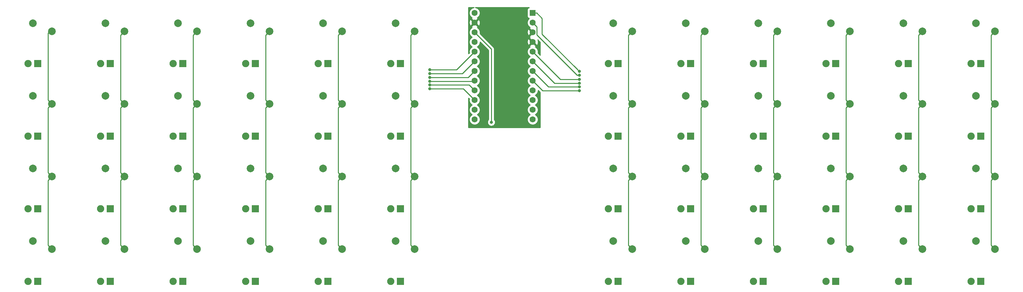
<source format=gbl>
G04 #@! TF.GenerationSoftware,KiCad,Pcbnew,(5.1.5)-3*
G04 #@! TF.CreationDate,2020-07-05T20:59:28-05:00*
G04 #@! TF.ProjectId,starter-ortho,73746172-7465-4722-9d6f-7274686f2e6b,rev?*
G04 #@! TF.SameCoordinates,Original*
G04 #@! TF.FileFunction,Copper,L2,Bot*
G04 #@! TF.FilePolarity,Positive*
%FSLAX46Y46*%
G04 Gerber Fmt 4.6, Leading zero omitted, Abs format (unit mm)*
G04 Created by KiCad (PCBNEW (5.1.5)-3) date 2020-07-05 20:59:28*
%MOMM*%
%LPD*%
G04 APERTURE LIST*
%ADD10R,1.905000X1.905000*%
%ADD11C,1.905000*%
%ADD12C,2.000000*%
%ADD13C,1.600000*%
%ADD14R,1.600000X1.600000*%
%ADD15C,0.800000*%
%ADD16C,0.254000*%
G04 APERTURE END LIST*
D10*
X45720000Y-30100000D03*
D11*
X43180000Y-30100000D03*
D12*
X49450000Y-21600000D03*
X44450000Y-19500000D03*
D10*
X26670000Y-30100000D03*
D11*
X24130000Y-30100000D03*
D12*
X30400000Y-21600000D03*
X25400000Y-19500000D03*
D10*
X121920000Y-30100000D03*
D11*
X119380000Y-30100000D03*
D12*
X125650000Y-21600000D03*
X120650000Y-19500000D03*
D10*
X274320000Y-87250000D03*
D11*
X271780000Y-87250000D03*
D12*
X278050000Y-78750000D03*
X273050000Y-76650000D03*
D10*
X274320000Y-68200000D03*
D11*
X271780000Y-68200000D03*
D12*
X278050000Y-59700000D03*
X273050000Y-57600000D03*
D10*
X274320000Y-49150000D03*
D11*
X271780000Y-49150000D03*
D12*
X278050000Y-40650000D03*
X273050000Y-38550000D03*
D10*
X274320000Y-30100000D03*
D11*
X271780000Y-30100000D03*
D12*
X278050000Y-21600000D03*
X273050000Y-19500000D03*
D10*
X255270000Y-87250000D03*
D11*
X252730000Y-87250000D03*
D12*
X259000000Y-78750000D03*
X254000000Y-76650000D03*
D10*
X255270000Y-68200000D03*
D11*
X252730000Y-68200000D03*
D12*
X259000000Y-59700000D03*
X254000000Y-57600000D03*
D10*
X255270000Y-49150000D03*
D11*
X252730000Y-49150000D03*
D12*
X259000000Y-40650000D03*
X254000000Y-38550000D03*
D10*
X255270000Y-30100000D03*
D11*
X252730000Y-30100000D03*
D12*
X259000000Y-21600000D03*
X254000000Y-19500000D03*
D10*
X236220000Y-87250000D03*
D11*
X233680000Y-87250000D03*
D12*
X239950000Y-78750000D03*
X234950000Y-76650000D03*
D10*
X236220000Y-68200000D03*
D11*
X233680000Y-68200000D03*
D12*
X239950000Y-59700000D03*
X234950000Y-57600000D03*
D10*
X236220000Y-49150000D03*
D11*
X233680000Y-49150000D03*
D12*
X239950000Y-40650000D03*
X234950000Y-38550000D03*
D10*
X236220000Y-30100000D03*
D11*
X233680000Y-30100000D03*
D12*
X239950000Y-21600000D03*
X234950000Y-19500000D03*
D10*
X217170000Y-87250000D03*
D11*
X214630000Y-87250000D03*
D12*
X220900000Y-78750000D03*
X215900000Y-76650000D03*
D10*
X217170000Y-68200000D03*
D11*
X214630000Y-68200000D03*
D12*
X220900000Y-59700000D03*
X215900000Y-57600000D03*
D10*
X217170000Y-49150000D03*
D11*
X214630000Y-49150000D03*
D12*
X220900000Y-40650000D03*
X215900000Y-38550000D03*
D10*
X217170000Y-30100000D03*
D11*
X214630000Y-30100000D03*
D12*
X220900000Y-21600000D03*
X215900000Y-19500000D03*
D10*
X198120000Y-87250000D03*
D11*
X195580000Y-87250000D03*
D12*
X201850000Y-78750000D03*
X196850000Y-76650000D03*
D10*
X198120000Y-68200000D03*
D11*
X195580000Y-68200000D03*
D12*
X201850000Y-59700000D03*
X196850000Y-57600000D03*
D10*
X198120000Y-49150000D03*
D11*
X195580000Y-49150000D03*
D12*
X201850000Y-40650000D03*
X196850000Y-38550000D03*
D10*
X198120000Y-30100000D03*
D11*
X195580000Y-30100000D03*
D12*
X201850000Y-21600000D03*
X196850000Y-19500000D03*
D10*
X179070000Y-87250000D03*
D11*
X176530000Y-87250000D03*
D12*
X182800000Y-78750000D03*
X177800000Y-76650000D03*
D10*
X179070000Y-68200000D03*
D11*
X176530000Y-68200000D03*
D12*
X182800000Y-59700000D03*
X177800000Y-57600000D03*
D10*
X179070000Y-49150000D03*
D11*
X176530000Y-49150000D03*
D12*
X182800000Y-40650000D03*
X177800000Y-38550000D03*
D10*
X179070000Y-30100000D03*
D11*
X176530000Y-30100000D03*
D12*
X182800000Y-21600000D03*
X177800000Y-19500000D03*
D10*
X121920000Y-87250000D03*
D11*
X119380000Y-87250000D03*
D12*
X125650000Y-78750000D03*
X120650000Y-76650000D03*
D10*
X121920000Y-68200000D03*
D11*
X119380000Y-68200000D03*
D12*
X125650000Y-59700000D03*
X120650000Y-57600000D03*
D10*
X121920000Y-49150000D03*
D11*
X119380000Y-49150000D03*
D12*
X125650000Y-40650000D03*
X120650000Y-38550000D03*
D10*
X102870000Y-87250000D03*
D11*
X100330000Y-87250000D03*
D12*
X106600000Y-78750000D03*
X101600000Y-76650000D03*
D10*
X102870000Y-68200000D03*
D11*
X100330000Y-68200000D03*
D12*
X106600000Y-59700000D03*
X101600000Y-57600000D03*
D10*
X102870000Y-49150000D03*
D11*
X100330000Y-49150000D03*
D12*
X106600000Y-40650000D03*
X101600000Y-38550000D03*
D10*
X102870000Y-30100000D03*
D11*
X100330000Y-30100000D03*
D12*
X106600000Y-21600000D03*
X101600000Y-19500000D03*
D10*
X83820000Y-87250000D03*
D11*
X81280000Y-87250000D03*
D12*
X87550000Y-78750000D03*
X82550000Y-76650000D03*
D10*
X83820000Y-68200000D03*
D11*
X81280000Y-68200000D03*
D12*
X87550000Y-59700000D03*
X82550000Y-57600000D03*
D10*
X83820000Y-49150000D03*
D11*
X81280000Y-49150000D03*
D12*
X87550000Y-40650000D03*
X82550000Y-38550000D03*
D10*
X83820000Y-30100000D03*
D11*
X81280000Y-30100000D03*
D12*
X87550000Y-21600000D03*
X82550000Y-19500000D03*
D10*
X64770000Y-87250000D03*
D11*
X62230000Y-87250000D03*
D12*
X68500000Y-78750000D03*
X63500000Y-76650000D03*
D10*
X64770000Y-68200000D03*
D11*
X62230000Y-68200000D03*
D12*
X68500000Y-59700000D03*
X63500000Y-57600000D03*
D10*
X64770000Y-49150000D03*
D11*
X62230000Y-49150000D03*
D12*
X68500000Y-40650000D03*
X63500000Y-38550000D03*
D10*
X64770000Y-30100000D03*
D11*
X62230000Y-30100000D03*
D12*
X68500000Y-21600000D03*
X63500000Y-19500000D03*
D10*
X45720000Y-87250000D03*
D11*
X43180000Y-87250000D03*
D12*
X49450000Y-78750000D03*
X44450000Y-76650000D03*
D10*
X45720000Y-68200000D03*
D11*
X43180000Y-68200000D03*
D12*
X49450000Y-59700000D03*
X44450000Y-57600000D03*
D10*
X45720000Y-49150000D03*
D11*
X43180000Y-49150000D03*
D12*
X49450000Y-40650000D03*
X44450000Y-38550000D03*
D10*
X26670000Y-87250000D03*
D11*
X24130000Y-87250000D03*
D12*
X30400000Y-78750000D03*
X25400000Y-76650000D03*
D10*
X26670000Y-68200000D03*
D11*
X24130000Y-68200000D03*
D12*
X30400000Y-59700000D03*
X25400000Y-57600000D03*
D10*
X26670000Y-49150000D03*
D11*
X24130000Y-49150000D03*
D12*
X30400000Y-40650000D03*
X25400000Y-38550000D03*
D13*
X141414500Y-16795750D03*
X141414500Y-19335750D03*
X141414500Y-21875750D03*
X141414500Y-24415750D03*
X141414500Y-26955750D03*
X141414500Y-29495750D03*
X141414500Y-32035750D03*
X141414500Y-34575750D03*
X141414500Y-37115750D03*
X141414500Y-39655750D03*
X141414500Y-42195750D03*
X141414500Y-44735750D03*
X156654500Y-44735750D03*
X156654500Y-42195750D03*
X156654500Y-39655750D03*
X156654500Y-37115750D03*
X156654500Y-34575750D03*
X156654500Y-32035750D03*
X156654500Y-29495750D03*
X156654500Y-26955750D03*
X156654500Y-24415750D03*
X156654500Y-21875750D03*
X156654500Y-19335750D03*
D14*
X156654500Y-16795750D03*
D15*
X129667000Y-31702985D03*
X129667000Y-32702988D03*
X129667000Y-33702991D03*
X129667000Y-34702994D03*
X129667000Y-35702997D03*
X129667000Y-36703000D03*
X168910000Y-37211000D03*
X168910000Y-36210997D03*
X168910000Y-35210994D03*
X168910000Y-34210991D03*
X168910000Y-33147000D03*
X168910000Y-32146997D03*
X149606000Y-45466000D03*
X145796000Y-45466000D03*
D16*
X29400001Y-41649999D02*
X29400001Y-58700001D01*
X29400001Y-58700001D02*
X30400000Y-59700000D01*
X30400000Y-40650000D02*
X29400001Y-41649999D01*
X29400001Y-77750001D02*
X30400000Y-78750000D01*
X29400001Y-60699999D02*
X29400001Y-77750001D01*
X30400000Y-59700000D02*
X29400001Y-60699999D01*
X29400001Y-39650001D02*
X30400000Y-40650000D01*
X29400001Y-22034999D02*
X29400001Y-39650001D01*
X30400000Y-21600000D02*
X29835000Y-21600000D01*
X29835000Y-21600000D02*
X29400001Y-22034999D01*
X136667265Y-31702985D02*
X141414500Y-26955750D01*
X129667000Y-31702985D02*
X136667265Y-31702985D01*
X48450001Y-39650001D02*
X49450000Y-40650000D01*
X48450001Y-22599999D02*
X48450001Y-39650001D01*
X49450000Y-21600000D02*
X48450001Y-22599999D01*
X48450001Y-58700001D02*
X49450000Y-59700000D01*
X48450001Y-41649999D02*
X48450001Y-58700001D01*
X49450000Y-40650000D02*
X48450001Y-41649999D01*
X48450001Y-77750001D02*
X49450000Y-78750000D01*
X48450001Y-60699999D02*
X48450001Y-77750001D01*
X49450000Y-59700000D02*
X48450001Y-60699999D01*
X138207262Y-32702988D02*
X141414500Y-29495750D01*
X129667000Y-32702988D02*
X138207262Y-32702988D01*
X67500001Y-22599999D02*
X67500001Y-39650001D01*
X67500001Y-39650001D02*
X68500000Y-40650000D01*
X68500000Y-21600000D02*
X67500001Y-22599999D01*
X67500001Y-58700001D02*
X68500000Y-59700000D01*
X67500001Y-41649999D02*
X67500001Y-58700001D01*
X68500000Y-40650000D02*
X67500001Y-41649999D01*
X67500001Y-77750001D02*
X68500000Y-78750000D01*
X67500001Y-60699999D02*
X67500001Y-77750001D01*
X68500000Y-59700000D02*
X67500001Y-60699999D01*
X129667000Y-33702991D02*
X129667000Y-33975993D01*
X139747259Y-33702991D02*
X141414500Y-32035750D01*
X129667000Y-33702991D02*
X139747259Y-33702991D01*
X86550001Y-60699999D02*
X86550001Y-77750001D01*
X86550001Y-77750001D02*
X87550000Y-78750000D01*
X87550000Y-59700000D02*
X86550001Y-60699999D01*
X86550001Y-41649999D02*
X86550001Y-58700001D01*
X86550001Y-58700001D02*
X87550000Y-59700000D01*
X87550000Y-40650000D02*
X86550001Y-41649999D01*
X86550001Y-39650001D02*
X87550000Y-40650000D01*
X86550001Y-22599999D02*
X86550001Y-39650001D01*
X87550000Y-21600000D02*
X86550001Y-22599999D01*
X141287256Y-34702994D02*
X141414500Y-34575750D01*
X129667000Y-34702994D02*
X141287256Y-34702994D01*
X105600001Y-39650001D02*
X106600000Y-40650000D01*
X105600001Y-22599999D02*
X105600001Y-39650001D01*
X106600000Y-21600000D02*
X105600001Y-22599999D01*
X105600001Y-58700001D02*
X106600000Y-59700000D01*
X105600001Y-41649999D02*
X105600001Y-58700001D01*
X106600000Y-40650000D02*
X105600001Y-41649999D01*
X105600001Y-60699999D02*
X105600001Y-77750001D01*
X105600001Y-77750001D02*
X106600000Y-78750000D01*
X106600000Y-59700000D02*
X105600001Y-60699999D01*
X129667000Y-35702997D02*
X129667000Y-35975999D01*
X140001747Y-35702997D02*
X141414500Y-37115750D01*
X129667000Y-35702997D02*
X140001747Y-35702997D01*
X124650001Y-77750001D02*
X125650000Y-78750000D01*
X124650001Y-60699999D02*
X124650001Y-77750001D01*
X125650000Y-59700000D02*
X124650001Y-60699999D01*
X124650001Y-58700001D02*
X125650000Y-59700000D01*
X124650001Y-41649999D02*
X124650001Y-58700001D01*
X125650000Y-40650000D02*
X124650001Y-41649999D01*
X124650001Y-39650001D02*
X125650000Y-40650000D01*
X124650001Y-22599999D02*
X124650001Y-39650001D01*
X125650000Y-21600000D02*
X124650001Y-22599999D01*
X138461750Y-36703000D02*
X141414500Y-39655750D01*
X129667000Y-36703000D02*
X138461750Y-36703000D01*
X181800001Y-39650001D02*
X182800000Y-40650000D01*
X181800001Y-22599999D02*
X181800001Y-39650001D01*
X182800000Y-21600000D02*
X181800001Y-22599999D01*
X181800001Y-58700001D02*
X182800000Y-59700000D01*
X181800001Y-41649999D02*
X181800001Y-58700001D01*
X182800000Y-40650000D02*
X181800001Y-41649999D01*
X181800001Y-77750001D02*
X182800000Y-78750000D01*
X181800001Y-60699999D02*
X181800001Y-77750001D01*
X182800000Y-59700000D02*
X181800001Y-60699999D01*
X159289750Y-37211000D02*
X156654500Y-34575750D01*
X168910000Y-37211000D02*
X159289750Y-37211000D01*
X200850001Y-77750001D02*
X201850000Y-78750000D01*
X200850001Y-60699999D02*
X200850001Y-77750001D01*
X201850000Y-59700000D02*
X200850001Y-60699999D01*
X200850001Y-58700001D02*
X201850000Y-59700000D01*
X200850001Y-41649999D02*
X200850001Y-58700001D01*
X201850000Y-40650000D02*
X200850001Y-41649999D01*
X200850001Y-39650001D02*
X201850000Y-40650000D01*
X200850001Y-22599999D02*
X200850001Y-39650001D01*
X201850000Y-21600000D02*
X200850001Y-22599999D01*
X160829747Y-36210997D02*
X156654500Y-32035750D01*
X168910000Y-36210997D02*
X160829747Y-36210997D01*
X219900001Y-39650001D02*
X220900000Y-40650000D01*
X219900001Y-22599999D02*
X219900001Y-39650001D01*
X220900000Y-21600000D02*
X219900001Y-22599999D01*
X219900001Y-58700001D02*
X220900000Y-59700000D01*
X219900001Y-41649999D02*
X219900001Y-58700001D01*
X220900000Y-40650000D02*
X219900001Y-41649999D01*
X219900001Y-77750001D02*
X220900000Y-78750000D01*
X219900001Y-60699999D02*
X219900001Y-77750001D01*
X220900000Y-59700000D02*
X219900001Y-60699999D01*
X162369744Y-35210994D02*
X156654500Y-29495750D01*
X168910000Y-35210994D02*
X162369744Y-35210994D01*
X238950001Y-60699999D02*
X238950001Y-77750001D01*
X238950001Y-77750001D02*
X239950000Y-78750000D01*
X239950000Y-59700000D02*
X238950001Y-60699999D01*
X238950001Y-58700001D02*
X239950000Y-59700000D01*
X238950001Y-41649999D02*
X238950001Y-58700001D01*
X239950000Y-40650000D02*
X238950001Y-41649999D01*
X238950001Y-39650001D02*
X239950000Y-40650000D01*
X238950001Y-22599999D02*
X238950001Y-39650001D01*
X239950000Y-21600000D02*
X238950001Y-22599999D01*
X163909741Y-34210991D02*
X156654500Y-26955750D01*
X168910000Y-34210991D02*
X163909741Y-34210991D01*
X258000001Y-39650001D02*
X259000000Y-40650000D01*
X258000001Y-22599999D02*
X258000001Y-39650001D01*
X259000000Y-21600000D02*
X258000001Y-22599999D01*
X258000001Y-58700001D02*
X259000000Y-59700000D01*
X258000001Y-41649999D02*
X258000001Y-58700001D01*
X259000000Y-40650000D02*
X258000001Y-41649999D01*
X258000001Y-77750001D02*
X259000000Y-78750000D01*
X258000001Y-60699999D02*
X258000001Y-77750001D01*
X259000000Y-59700000D02*
X258000001Y-60699999D01*
X157781501Y-20462751D02*
X157454499Y-20135749D01*
X157781501Y-22584186D02*
X157781501Y-20462751D01*
X157454499Y-20135749D02*
X156654500Y-19335750D01*
X168344315Y-33147000D02*
X157781501Y-22584186D01*
X168910000Y-33147000D02*
X168344315Y-33147000D01*
X277050001Y-60699999D02*
X277050001Y-77750001D01*
X277050001Y-77750001D02*
X278050000Y-78750000D01*
X278050000Y-59700000D02*
X277050001Y-60699999D01*
X277050001Y-58700001D02*
X278050000Y-59700000D01*
X277050001Y-41649999D02*
X277050001Y-58700001D01*
X278050000Y-40650000D02*
X277050001Y-41649999D01*
X277050001Y-39650001D02*
X278050000Y-40650000D01*
X277050001Y-22599999D02*
X277050001Y-39650001D01*
X278050000Y-21600000D02*
X277050001Y-22599999D01*
X168510001Y-31746998D02*
X168510001Y-31731001D01*
X168910000Y-32146997D02*
X168510001Y-31746998D01*
X168510001Y-31731001D02*
X159131000Y-22352000D01*
X157708500Y-16795750D02*
X156654500Y-16795750D01*
X159131000Y-18218250D02*
X157708500Y-16795750D01*
X159131000Y-22352000D02*
X159131000Y-18218250D01*
X145796000Y-26257250D02*
X141414500Y-21875750D01*
X145796000Y-45466000D02*
X145796000Y-26257250D01*
G36*
X140995926Y-15415897D02*
G01*
X140734773Y-15524070D01*
X140499741Y-15681113D01*
X140299863Y-15880991D01*
X140142820Y-16116023D01*
X140034647Y-16377176D01*
X139979500Y-16654415D01*
X139979500Y-16937085D01*
X140034647Y-17214324D01*
X140142820Y-17475477D01*
X140299863Y-17710509D01*
X140499741Y-17910387D01*
X140733628Y-18066665D01*
X140672986Y-18099079D01*
X140601403Y-18343048D01*
X141414500Y-19156145D01*
X142227597Y-18343048D01*
X142156014Y-18099079D01*
X142091508Y-18068556D01*
X142094227Y-18067430D01*
X142329259Y-17910387D01*
X142529137Y-17710509D01*
X142686180Y-17475477D01*
X142794353Y-17214324D01*
X142849500Y-16937085D01*
X142849500Y-16654415D01*
X142794353Y-16377176D01*
X142686180Y-16116023D01*
X142529137Y-15880991D01*
X142329259Y-15681113D01*
X142094227Y-15524070D01*
X141833074Y-15415897D01*
X141587255Y-15367000D01*
X155759849Y-15367000D01*
X155730018Y-15369938D01*
X155610320Y-15406248D01*
X155500006Y-15465213D01*
X155403315Y-15544565D01*
X155323963Y-15641256D01*
X155264998Y-15751570D01*
X155228688Y-15871268D01*
X155216428Y-15995750D01*
X155216428Y-17595750D01*
X155228688Y-17720232D01*
X155264998Y-17839930D01*
X155323963Y-17950244D01*
X155403315Y-18046935D01*
X155500006Y-18126287D01*
X155610320Y-18185252D01*
X155730018Y-18221562D01*
X155738461Y-18222393D01*
X155539863Y-18420991D01*
X155382820Y-18656023D01*
X155274647Y-18917176D01*
X155219500Y-19194415D01*
X155219500Y-19477085D01*
X155274647Y-19754324D01*
X155382820Y-20015477D01*
X155539863Y-20250509D01*
X155739741Y-20450387D01*
X155973628Y-20606665D01*
X155912986Y-20639079D01*
X155841403Y-20883048D01*
X156654500Y-21696145D01*
X156668643Y-21682003D01*
X156848248Y-21861608D01*
X156834105Y-21875750D01*
X156848248Y-21889893D01*
X156668643Y-22069498D01*
X156654500Y-22055355D01*
X155841403Y-22868452D01*
X155912986Y-23112421D01*
X155979136Y-23143721D01*
X155912986Y-23179079D01*
X155841403Y-23423048D01*
X156654500Y-24236145D01*
X156668643Y-24222003D01*
X156848248Y-24401608D01*
X156834105Y-24415750D01*
X157647202Y-25228847D01*
X157891171Y-25157264D01*
X158012071Y-24901754D01*
X158080800Y-24627566D01*
X158094717Y-24345238D01*
X158053287Y-24065620D01*
X157979792Y-23860107D01*
X158623000Y-24503315D01*
X158623000Y-27846620D01*
X158053657Y-27277277D01*
X158089500Y-27097085D01*
X158089500Y-26814415D01*
X158034353Y-26537176D01*
X157926180Y-26276023D01*
X157769137Y-26040991D01*
X157569259Y-25841113D01*
X157335372Y-25684835D01*
X157396014Y-25652421D01*
X157467597Y-25408452D01*
X156654500Y-24595355D01*
X155841403Y-25408452D01*
X155912986Y-25652421D01*
X155977492Y-25682944D01*
X155974773Y-25684070D01*
X155739741Y-25841113D01*
X155539863Y-26040991D01*
X155382820Y-26276023D01*
X155274647Y-26537176D01*
X155219500Y-26814415D01*
X155219500Y-27097085D01*
X155274647Y-27374324D01*
X155382820Y-27635477D01*
X155539863Y-27870509D01*
X155739741Y-28070387D01*
X155972259Y-28225750D01*
X155739741Y-28381113D01*
X155539863Y-28580991D01*
X155382820Y-28816023D01*
X155274647Y-29077176D01*
X155219500Y-29354415D01*
X155219500Y-29637085D01*
X155274647Y-29914324D01*
X155382820Y-30175477D01*
X155539863Y-30410509D01*
X155739741Y-30610387D01*
X155972259Y-30765750D01*
X155739741Y-30921113D01*
X155539863Y-31120991D01*
X155382820Y-31356023D01*
X155274647Y-31617176D01*
X155219500Y-31894415D01*
X155219500Y-32177085D01*
X155274647Y-32454324D01*
X155382820Y-32715477D01*
X155539863Y-32950509D01*
X155739741Y-33150387D01*
X155972259Y-33305750D01*
X155739741Y-33461113D01*
X155539863Y-33660991D01*
X155382820Y-33896023D01*
X155274647Y-34157176D01*
X155219500Y-34434415D01*
X155219500Y-34717085D01*
X155274647Y-34994324D01*
X155382820Y-35255477D01*
X155539863Y-35490509D01*
X155739741Y-35690387D01*
X155972259Y-35845750D01*
X155739741Y-36001113D01*
X155539863Y-36200991D01*
X155382820Y-36436023D01*
X155274647Y-36697176D01*
X155219500Y-36974415D01*
X155219500Y-37257085D01*
X155274647Y-37534324D01*
X155382820Y-37795477D01*
X155539863Y-38030509D01*
X155739741Y-38230387D01*
X155972259Y-38385750D01*
X155739741Y-38541113D01*
X155539863Y-38740991D01*
X155382820Y-38976023D01*
X155274647Y-39237176D01*
X155219500Y-39514415D01*
X155219500Y-39797085D01*
X155274647Y-40074324D01*
X155382820Y-40335477D01*
X155539863Y-40570509D01*
X155739741Y-40770387D01*
X155972259Y-40925750D01*
X155739741Y-41081113D01*
X155539863Y-41280991D01*
X155382820Y-41516023D01*
X155274647Y-41777176D01*
X155219500Y-42054415D01*
X155219500Y-42337085D01*
X155274647Y-42614324D01*
X155382820Y-42875477D01*
X155539863Y-43110509D01*
X155739741Y-43310387D01*
X155972259Y-43465750D01*
X155739741Y-43621113D01*
X155539863Y-43820991D01*
X155382820Y-44056023D01*
X155274647Y-44317176D01*
X155219500Y-44594415D01*
X155219500Y-44877085D01*
X155274647Y-45154324D01*
X155382820Y-45415477D01*
X155539863Y-45650509D01*
X155739741Y-45850387D01*
X155974773Y-46007430D01*
X156235926Y-46115603D01*
X156513165Y-46170750D01*
X156795835Y-46170750D01*
X157073074Y-46115603D01*
X157334227Y-46007430D01*
X157569259Y-45850387D01*
X157769137Y-45650509D01*
X157926180Y-45415477D01*
X158034353Y-45154324D01*
X158089500Y-44877085D01*
X158089500Y-44594415D01*
X158034353Y-44317176D01*
X157926180Y-44056023D01*
X157769137Y-43820991D01*
X157569259Y-43621113D01*
X157336741Y-43465750D01*
X157569259Y-43310387D01*
X157769137Y-43110509D01*
X157926180Y-42875477D01*
X158034353Y-42614324D01*
X158089500Y-42337085D01*
X158089500Y-42054415D01*
X158034353Y-41777176D01*
X157926180Y-41516023D01*
X157769137Y-41280991D01*
X157569259Y-41081113D01*
X157336741Y-40925750D01*
X157569259Y-40770387D01*
X157769137Y-40570509D01*
X157926180Y-40335477D01*
X158034353Y-40074324D01*
X158089500Y-39797085D01*
X158089500Y-39514415D01*
X158034353Y-39237176D01*
X157926180Y-38976023D01*
X157769137Y-38740991D01*
X157569259Y-38541113D01*
X157336741Y-38385750D01*
X157569259Y-38230387D01*
X157769137Y-38030509D01*
X157926180Y-37795477D01*
X158034353Y-37534324D01*
X158089500Y-37257085D01*
X158089500Y-37088381D01*
X158623000Y-37621881D01*
X158623000Y-46863000D01*
X139827000Y-46863000D01*
X139827000Y-39145880D01*
X140015343Y-39334223D01*
X139979500Y-39514415D01*
X139979500Y-39797085D01*
X140034647Y-40074324D01*
X140142820Y-40335477D01*
X140299863Y-40570509D01*
X140499741Y-40770387D01*
X140732259Y-40925750D01*
X140499741Y-41081113D01*
X140299863Y-41280991D01*
X140142820Y-41516023D01*
X140034647Y-41777176D01*
X139979500Y-42054415D01*
X139979500Y-42337085D01*
X140034647Y-42614324D01*
X140142820Y-42875477D01*
X140299863Y-43110509D01*
X140499741Y-43310387D01*
X140732259Y-43465750D01*
X140499741Y-43621113D01*
X140299863Y-43820991D01*
X140142820Y-44056023D01*
X140034647Y-44317176D01*
X139979500Y-44594415D01*
X139979500Y-44877085D01*
X140034647Y-45154324D01*
X140142820Y-45415477D01*
X140299863Y-45650509D01*
X140499741Y-45850387D01*
X140734773Y-46007430D01*
X140995926Y-46115603D01*
X141273165Y-46170750D01*
X141555835Y-46170750D01*
X141833074Y-46115603D01*
X142094227Y-46007430D01*
X142329259Y-45850387D01*
X142529137Y-45650509D01*
X142686180Y-45415477D01*
X142794353Y-45154324D01*
X142849500Y-44877085D01*
X142849500Y-44594415D01*
X142794353Y-44317176D01*
X142686180Y-44056023D01*
X142529137Y-43820991D01*
X142329259Y-43621113D01*
X142096741Y-43465750D01*
X142329259Y-43310387D01*
X142529137Y-43110509D01*
X142686180Y-42875477D01*
X142794353Y-42614324D01*
X142849500Y-42337085D01*
X142849500Y-42054415D01*
X142794353Y-41777176D01*
X142686180Y-41516023D01*
X142529137Y-41280991D01*
X142329259Y-41081113D01*
X142096741Y-40925750D01*
X142329259Y-40770387D01*
X142529137Y-40570509D01*
X142686180Y-40335477D01*
X142794353Y-40074324D01*
X142849500Y-39797085D01*
X142849500Y-39514415D01*
X142794353Y-39237176D01*
X142686180Y-38976023D01*
X142529137Y-38740991D01*
X142329259Y-38541113D01*
X142096741Y-38385750D01*
X142329259Y-38230387D01*
X142529137Y-38030509D01*
X142686180Y-37795477D01*
X142794353Y-37534324D01*
X142849500Y-37257085D01*
X142849500Y-36974415D01*
X142794353Y-36697176D01*
X142686180Y-36436023D01*
X142529137Y-36200991D01*
X142329259Y-36001113D01*
X142096741Y-35845750D01*
X142329259Y-35690387D01*
X142529137Y-35490509D01*
X142686180Y-35255477D01*
X142794353Y-34994324D01*
X142849500Y-34717085D01*
X142849500Y-34434415D01*
X142794353Y-34157176D01*
X142686180Y-33896023D01*
X142529137Y-33660991D01*
X142329259Y-33461113D01*
X142096741Y-33305750D01*
X142329259Y-33150387D01*
X142529137Y-32950509D01*
X142686180Y-32715477D01*
X142794353Y-32454324D01*
X142849500Y-32177085D01*
X142849500Y-31894415D01*
X142794353Y-31617176D01*
X142686180Y-31356023D01*
X142529137Y-31120991D01*
X142329259Y-30921113D01*
X142096741Y-30765750D01*
X142329259Y-30610387D01*
X142529137Y-30410509D01*
X142686180Y-30175477D01*
X142794353Y-29914324D01*
X142849500Y-29637085D01*
X142849500Y-29354415D01*
X142794353Y-29077176D01*
X142686180Y-28816023D01*
X142529137Y-28580991D01*
X142329259Y-28381113D01*
X142096741Y-28225750D01*
X142329259Y-28070387D01*
X142529137Y-27870509D01*
X142686180Y-27635477D01*
X142794353Y-27374324D01*
X142849500Y-27097085D01*
X142849500Y-26814415D01*
X142794353Y-26537176D01*
X142686180Y-26276023D01*
X142529137Y-26040991D01*
X142329259Y-25841113D01*
X142096741Y-25685750D01*
X142329259Y-25530387D01*
X142529137Y-25330509D01*
X142686180Y-25095477D01*
X142794353Y-24834324D01*
X142849500Y-24557085D01*
X142849500Y-24388380D01*
X145034001Y-26572881D01*
X145034000Y-44764289D01*
X144992063Y-44806226D01*
X144878795Y-44975744D01*
X144800774Y-45164102D01*
X144761000Y-45364061D01*
X144761000Y-45567939D01*
X144800774Y-45767898D01*
X144878795Y-45956256D01*
X144992063Y-46125774D01*
X145136226Y-46269937D01*
X145305744Y-46383205D01*
X145494102Y-46461226D01*
X145694061Y-46501000D01*
X145897939Y-46501000D01*
X146097898Y-46461226D01*
X146286256Y-46383205D01*
X146455774Y-46269937D01*
X146599937Y-46125774D01*
X146713205Y-45956256D01*
X146791226Y-45767898D01*
X146831000Y-45567939D01*
X146831000Y-45364061D01*
X146791226Y-45164102D01*
X146713205Y-44975744D01*
X146599937Y-44806226D01*
X146558000Y-44764289D01*
X146558000Y-26294673D01*
X146561686Y-26257250D01*
X146555069Y-26190064D01*
X146546974Y-26107872D01*
X146503402Y-25964235D01*
X146437592Y-25841113D01*
X146432645Y-25831857D01*
X146384605Y-25773321D01*
X146337422Y-25715828D01*
X146308346Y-25691966D01*
X145102642Y-24486262D01*
X155214283Y-24486262D01*
X155255713Y-24765880D01*
X155350897Y-25032042D01*
X155417829Y-25157264D01*
X155661798Y-25228847D01*
X156474895Y-24415750D01*
X155661798Y-23602653D01*
X155417829Y-23674236D01*
X155296929Y-23929746D01*
X155228200Y-24203934D01*
X155214283Y-24486262D01*
X145102642Y-24486262D01*
X142813657Y-22197277D01*
X142849500Y-22017085D01*
X142849500Y-21946262D01*
X155214283Y-21946262D01*
X155255713Y-22225880D01*
X155350897Y-22492042D01*
X155417829Y-22617264D01*
X155661798Y-22688847D01*
X156474895Y-21875750D01*
X155661798Y-21062653D01*
X155417829Y-21134236D01*
X155296929Y-21389746D01*
X155228200Y-21663934D01*
X155214283Y-21946262D01*
X142849500Y-21946262D01*
X142849500Y-21734415D01*
X142794353Y-21457176D01*
X142686180Y-21196023D01*
X142529137Y-20960991D01*
X142329259Y-20761113D01*
X142095372Y-20604835D01*
X142156014Y-20572421D01*
X142227597Y-20328452D01*
X141414500Y-19515355D01*
X140601403Y-20328452D01*
X140672986Y-20572421D01*
X140737492Y-20602944D01*
X140734773Y-20604070D01*
X140499741Y-20761113D01*
X140299863Y-20960991D01*
X140142820Y-21196023D01*
X140034647Y-21457176D01*
X139979500Y-21734415D01*
X139979500Y-22017085D01*
X140034647Y-22294324D01*
X140142820Y-22555477D01*
X140299863Y-22790509D01*
X140499741Y-22990387D01*
X140732259Y-23145750D01*
X140499741Y-23301113D01*
X140299863Y-23500991D01*
X140142820Y-23736023D01*
X140034647Y-23997176D01*
X139979500Y-24274415D01*
X139979500Y-24557085D01*
X140034647Y-24834324D01*
X140142820Y-25095477D01*
X140299863Y-25330509D01*
X140499741Y-25530387D01*
X140732259Y-25685750D01*
X140499741Y-25841113D01*
X140299863Y-26040991D01*
X140142820Y-26276023D01*
X140034647Y-26537176D01*
X139979500Y-26814415D01*
X139979500Y-27097085D01*
X140015343Y-27277276D01*
X139827000Y-27465619D01*
X139827000Y-19406262D01*
X139974283Y-19406262D01*
X140015713Y-19685880D01*
X140110897Y-19952042D01*
X140177829Y-20077264D01*
X140421798Y-20148847D01*
X141234895Y-19335750D01*
X141594105Y-19335750D01*
X142407202Y-20148847D01*
X142651171Y-20077264D01*
X142772071Y-19821754D01*
X142840800Y-19547566D01*
X142854717Y-19265238D01*
X142813287Y-18985620D01*
X142718103Y-18719458D01*
X142651171Y-18594236D01*
X142407202Y-18522653D01*
X141594105Y-19335750D01*
X141234895Y-19335750D01*
X140421798Y-18522653D01*
X140177829Y-18594236D01*
X140056929Y-18849746D01*
X139988200Y-19123934D01*
X139974283Y-19406262D01*
X139827000Y-19406262D01*
X139827000Y-15367000D01*
X141241745Y-15367000D01*
X140995926Y-15415897D01*
G37*
X140995926Y-15415897D02*
X140734773Y-15524070D01*
X140499741Y-15681113D01*
X140299863Y-15880991D01*
X140142820Y-16116023D01*
X140034647Y-16377176D01*
X139979500Y-16654415D01*
X139979500Y-16937085D01*
X140034647Y-17214324D01*
X140142820Y-17475477D01*
X140299863Y-17710509D01*
X140499741Y-17910387D01*
X140733628Y-18066665D01*
X140672986Y-18099079D01*
X140601403Y-18343048D01*
X141414500Y-19156145D01*
X142227597Y-18343048D01*
X142156014Y-18099079D01*
X142091508Y-18068556D01*
X142094227Y-18067430D01*
X142329259Y-17910387D01*
X142529137Y-17710509D01*
X142686180Y-17475477D01*
X142794353Y-17214324D01*
X142849500Y-16937085D01*
X142849500Y-16654415D01*
X142794353Y-16377176D01*
X142686180Y-16116023D01*
X142529137Y-15880991D01*
X142329259Y-15681113D01*
X142094227Y-15524070D01*
X141833074Y-15415897D01*
X141587255Y-15367000D01*
X155759849Y-15367000D01*
X155730018Y-15369938D01*
X155610320Y-15406248D01*
X155500006Y-15465213D01*
X155403315Y-15544565D01*
X155323963Y-15641256D01*
X155264998Y-15751570D01*
X155228688Y-15871268D01*
X155216428Y-15995750D01*
X155216428Y-17595750D01*
X155228688Y-17720232D01*
X155264998Y-17839930D01*
X155323963Y-17950244D01*
X155403315Y-18046935D01*
X155500006Y-18126287D01*
X155610320Y-18185252D01*
X155730018Y-18221562D01*
X155738461Y-18222393D01*
X155539863Y-18420991D01*
X155382820Y-18656023D01*
X155274647Y-18917176D01*
X155219500Y-19194415D01*
X155219500Y-19477085D01*
X155274647Y-19754324D01*
X155382820Y-20015477D01*
X155539863Y-20250509D01*
X155739741Y-20450387D01*
X155973628Y-20606665D01*
X155912986Y-20639079D01*
X155841403Y-20883048D01*
X156654500Y-21696145D01*
X156668643Y-21682003D01*
X156848248Y-21861608D01*
X156834105Y-21875750D01*
X156848248Y-21889893D01*
X156668643Y-22069498D01*
X156654500Y-22055355D01*
X155841403Y-22868452D01*
X155912986Y-23112421D01*
X155979136Y-23143721D01*
X155912986Y-23179079D01*
X155841403Y-23423048D01*
X156654500Y-24236145D01*
X156668643Y-24222003D01*
X156848248Y-24401608D01*
X156834105Y-24415750D01*
X157647202Y-25228847D01*
X157891171Y-25157264D01*
X158012071Y-24901754D01*
X158080800Y-24627566D01*
X158094717Y-24345238D01*
X158053287Y-24065620D01*
X157979792Y-23860107D01*
X158623000Y-24503315D01*
X158623000Y-27846620D01*
X158053657Y-27277277D01*
X158089500Y-27097085D01*
X158089500Y-26814415D01*
X158034353Y-26537176D01*
X157926180Y-26276023D01*
X157769137Y-26040991D01*
X157569259Y-25841113D01*
X157335372Y-25684835D01*
X157396014Y-25652421D01*
X157467597Y-25408452D01*
X156654500Y-24595355D01*
X155841403Y-25408452D01*
X155912986Y-25652421D01*
X155977492Y-25682944D01*
X155974773Y-25684070D01*
X155739741Y-25841113D01*
X155539863Y-26040991D01*
X155382820Y-26276023D01*
X155274647Y-26537176D01*
X155219500Y-26814415D01*
X155219500Y-27097085D01*
X155274647Y-27374324D01*
X155382820Y-27635477D01*
X155539863Y-27870509D01*
X155739741Y-28070387D01*
X155972259Y-28225750D01*
X155739741Y-28381113D01*
X155539863Y-28580991D01*
X155382820Y-28816023D01*
X155274647Y-29077176D01*
X155219500Y-29354415D01*
X155219500Y-29637085D01*
X155274647Y-29914324D01*
X155382820Y-30175477D01*
X155539863Y-30410509D01*
X155739741Y-30610387D01*
X155972259Y-30765750D01*
X155739741Y-30921113D01*
X155539863Y-31120991D01*
X155382820Y-31356023D01*
X155274647Y-31617176D01*
X155219500Y-31894415D01*
X155219500Y-32177085D01*
X155274647Y-32454324D01*
X155382820Y-32715477D01*
X155539863Y-32950509D01*
X155739741Y-33150387D01*
X155972259Y-33305750D01*
X155739741Y-33461113D01*
X155539863Y-33660991D01*
X155382820Y-33896023D01*
X155274647Y-34157176D01*
X155219500Y-34434415D01*
X155219500Y-34717085D01*
X155274647Y-34994324D01*
X155382820Y-35255477D01*
X155539863Y-35490509D01*
X155739741Y-35690387D01*
X155972259Y-35845750D01*
X155739741Y-36001113D01*
X155539863Y-36200991D01*
X155382820Y-36436023D01*
X155274647Y-36697176D01*
X155219500Y-36974415D01*
X155219500Y-37257085D01*
X155274647Y-37534324D01*
X155382820Y-37795477D01*
X155539863Y-38030509D01*
X155739741Y-38230387D01*
X155972259Y-38385750D01*
X155739741Y-38541113D01*
X155539863Y-38740991D01*
X155382820Y-38976023D01*
X155274647Y-39237176D01*
X155219500Y-39514415D01*
X155219500Y-39797085D01*
X155274647Y-40074324D01*
X155382820Y-40335477D01*
X155539863Y-40570509D01*
X155739741Y-40770387D01*
X155972259Y-40925750D01*
X155739741Y-41081113D01*
X155539863Y-41280991D01*
X155382820Y-41516023D01*
X155274647Y-41777176D01*
X155219500Y-42054415D01*
X155219500Y-42337085D01*
X155274647Y-42614324D01*
X155382820Y-42875477D01*
X155539863Y-43110509D01*
X155739741Y-43310387D01*
X155972259Y-43465750D01*
X155739741Y-43621113D01*
X155539863Y-43820991D01*
X155382820Y-44056023D01*
X155274647Y-44317176D01*
X155219500Y-44594415D01*
X155219500Y-44877085D01*
X155274647Y-45154324D01*
X155382820Y-45415477D01*
X155539863Y-45650509D01*
X155739741Y-45850387D01*
X155974773Y-46007430D01*
X156235926Y-46115603D01*
X156513165Y-46170750D01*
X156795835Y-46170750D01*
X157073074Y-46115603D01*
X157334227Y-46007430D01*
X157569259Y-45850387D01*
X157769137Y-45650509D01*
X157926180Y-45415477D01*
X158034353Y-45154324D01*
X158089500Y-44877085D01*
X158089500Y-44594415D01*
X158034353Y-44317176D01*
X157926180Y-44056023D01*
X157769137Y-43820991D01*
X157569259Y-43621113D01*
X157336741Y-43465750D01*
X157569259Y-43310387D01*
X157769137Y-43110509D01*
X157926180Y-42875477D01*
X158034353Y-42614324D01*
X158089500Y-42337085D01*
X158089500Y-42054415D01*
X158034353Y-41777176D01*
X157926180Y-41516023D01*
X157769137Y-41280991D01*
X157569259Y-41081113D01*
X157336741Y-40925750D01*
X157569259Y-40770387D01*
X157769137Y-40570509D01*
X157926180Y-40335477D01*
X158034353Y-40074324D01*
X158089500Y-39797085D01*
X158089500Y-39514415D01*
X158034353Y-39237176D01*
X157926180Y-38976023D01*
X157769137Y-38740991D01*
X157569259Y-38541113D01*
X157336741Y-38385750D01*
X157569259Y-38230387D01*
X157769137Y-38030509D01*
X157926180Y-37795477D01*
X158034353Y-37534324D01*
X158089500Y-37257085D01*
X158089500Y-37088381D01*
X158623000Y-37621881D01*
X158623000Y-46863000D01*
X139827000Y-46863000D01*
X139827000Y-39145880D01*
X140015343Y-39334223D01*
X139979500Y-39514415D01*
X139979500Y-39797085D01*
X140034647Y-40074324D01*
X140142820Y-40335477D01*
X140299863Y-40570509D01*
X140499741Y-40770387D01*
X140732259Y-40925750D01*
X140499741Y-41081113D01*
X140299863Y-41280991D01*
X140142820Y-41516023D01*
X140034647Y-41777176D01*
X139979500Y-42054415D01*
X139979500Y-42337085D01*
X140034647Y-42614324D01*
X140142820Y-42875477D01*
X140299863Y-43110509D01*
X140499741Y-43310387D01*
X140732259Y-43465750D01*
X140499741Y-43621113D01*
X140299863Y-43820991D01*
X140142820Y-44056023D01*
X140034647Y-44317176D01*
X139979500Y-44594415D01*
X139979500Y-44877085D01*
X140034647Y-45154324D01*
X140142820Y-45415477D01*
X140299863Y-45650509D01*
X140499741Y-45850387D01*
X140734773Y-46007430D01*
X140995926Y-46115603D01*
X141273165Y-46170750D01*
X141555835Y-46170750D01*
X141833074Y-46115603D01*
X142094227Y-46007430D01*
X142329259Y-45850387D01*
X142529137Y-45650509D01*
X142686180Y-45415477D01*
X142794353Y-45154324D01*
X142849500Y-44877085D01*
X142849500Y-44594415D01*
X142794353Y-44317176D01*
X142686180Y-44056023D01*
X142529137Y-43820991D01*
X142329259Y-43621113D01*
X142096741Y-43465750D01*
X142329259Y-43310387D01*
X142529137Y-43110509D01*
X142686180Y-42875477D01*
X142794353Y-42614324D01*
X142849500Y-42337085D01*
X142849500Y-42054415D01*
X142794353Y-41777176D01*
X142686180Y-41516023D01*
X142529137Y-41280991D01*
X142329259Y-41081113D01*
X142096741Y-40925750D01*
X142329259Y-40770387D01*
X142529137Y-40570509D01*
X142686180Y-40335477D01*
X142794353Y-40074324D01*
X142849500Y-39797085D01*
X142849500Y-39514415D01*
X142794353Y-39237176D01*
X142686180Y-38976023D01*
X142529137Y-38740991D01*
X142329259Y-38541113D01*
X142096741Y-38385750D01*
X142329259Y-38230387D01*
X142529137Y-38030509D01*
X142686180Y-37795477D01*
X142794353Y-37534324D01*
X142849500Y-37257085D01*
X142849500Y-36974415D01*
X142794353Y-36697176D01*
X142686180Y-36436023D01*
X142529137Y-36200991D01*
X142329259Y-36001113D01*
X142096741Y-35845750D01*
X142329259Y-35690387D01*
X142529137Y-35490509D01*
X142686180Y-35255477D01*
X142794353Y-34994324D01*
X142849500Y-34717085D01*
X142849500Y-34434415D01*
X142794353Y-34157176D01*
X142686180Y-33896023D01*
X142529137Y-33660991D01*
X142329259Y-33461113D01*
X142096741Y-33305750D01*
X142329259Y-33150387D01*
X142529137Y-32950509D01*
X142686180Y-32715477D01*
X142794353Y-32454324D01*
X142849500Y-32177085D01*
X142849500Y-31894415D01*
X142794353Y-31617176D01*
X142686180Y-31356023D01*
X142529137Y-31120991D01*
X142329259Y-30921113D01*
X142096741Y-30765750D01*
X142329259Y-30610387D01*
X142529137Y-30410509D01*
X142686180Y-30175477D01*
X142794353Y-29914324D01*
X142849500Y-29637085D01*
X142849500Y-29354415D01*
X142794353Y-29077176D01*
X142686180Y-28816023D01*
X142529137Y-28580991D01*
X142329259Y-28381113D01*
X142096741Y-28225750D01*
X142329259Y-28070387D01*
X142529137Y-27870509D01*
X142686180Y-27635477D01*
X142794353Y-27374324D01*
X142849500Y-27097085D01*
X142849500Y-26814415D01*
X142794353Y-26537176D01*
X142686180Y-26276023D01*
X142529137Y-26040991D01*
X142329259Y-25841113D01*
X142096741Y-25685750D01*
X142329259Y-25530387D01*
X142529137Y-25330509D01*
X142686180Y-25095477D01*
X142794353Y-24834324D01*
X142849500Y-24557085D01*
X142849500Y-24388380D01*
X145034001Y-26572881D01*
X145034000Y-44764289D01*
X144992063Y-44806226D01*
X144878795Y-44975744D01*
X144800774Y-45164102D01*
X144761000Y-45364061D01*
X144761000Y-45567939D01*
X144800774Y-45767898D01*
X144878795Y-45956256D01*
X144992063Y-46125774D01*
X145136226Y-46269937D01*
X145305744Y-46383205D01*
X145494102Y-46461226D01*
X145694061Y-46501000D01*
X145897939Y-46501000D01*
X146097898Y-46461226D01*
X146286256Y-46383205D01*
X146455774Y-46269937D01*
X146599937Y-46125774D01*
X146713205Y-45956256D01*
X146791226Y-45767898D01*
X146831000Y-45567939D01*
X146831000Y-45364061D01*
X146791226Y-45164102D01*
X146713205Y-44975744D01*
X146599937Y-44806226D01*
X146558000Y-44764289D01*
X146558000Y-26294673D01*
X146561686Y-26257250D01*
X146555069Y-26190064D01*
X146546974Y-26107872D01*
X146503402Y-25964235D01*
X146437592Y-25841113D01*
X146432645Y-25831857D01*
X146384605Y-25773321D01*
X146337422Y-25715828D01*
X146308346Y-25691966D01*
X145102642Y-24486262D01*
X155214283Y-24486262D01*
X155255713Y-24765880D01*
X155350897Y-25032042D01*
X155417829Y-25157264D01*
X155661798Y-25228847D01*
X156474895Y-24415750D01*
X155661798Y-23602653D01*
X155417829Y-23674236D01*
X155296929Y-23929746D01*
X155228200Y-24203934D01*
X155214283Y-24486262D01*
X145102642Y-24486262D01*
X142813657Y-22197277D01*
X142849500Y-22017085D01*
X142849500Y-21946262D01*
X155214283Y-21946262D01*
X155255713Y-22225880D01*
X155350897Y-22492042D01*
X155417829Y-22617264D01*
X155661798Y-22688847D01*
X156474895Y-21875750D01*
X155661798Y-21062653D01*
X155417829Y-21134236D01*
X155296929Y-21389746D01*
X155228200Y-21663934D01*
X155214283Y-21946262D01*
X142849500Y-21946262D01*
X142849500Y-21734415D01*
X142794353Y-21457176D01*
X142686180Y-21196023D01*
X142529137Y-20960991D01*
X142329259Y-20761113D01*
X142095372Y-20604835D01*
X142156014Y-20572421D01*
X142227597Y-20328452D01*
X141414500Y-19515355D01*
X140601403Y-20328452D01*
X140672986Y-20572421D01*
X140737492Y-20602944D01*
X140734773Y-20604070D01*
X140499741Y-20761113D01*
X140299863Y-20960991D01*
X140142820Y-21196023D01*
X140034647Y-21457176D01*
X139979500Y-21734415D01*
X139979500Y-22017085D01*
X140034647Y-22294324D01*
X140142820Y-22555477D01*
X140299863Y-22790509D01*
X140499741Y-22990387D01*
X140732259Y-23145750D01*
X140499741Y-23301113D01*
X140299863Y-23500991D01*
X140142820Y-23736023D01*
X140034647Y-23997176D01*
X139979500Y-24274415D01*
X139979500Y-24557085D01*
X140034647Y-24834324D01*
X140142820Y-25095477D01*
X140299863Y-25330509D01*
X140499741Y-25530387D01*
X140732259Y-25685750D01*
X140499741Y-25841113D01*
X140299863Y-26040991D01*
X140142820Y-26276023D01*
X140034647Y-26537176D01*
X139979500Y-26814415D01*
X139979500Y-27097085D01*
X140015343Y-27277276D01*
X139827000Y-27465619D01*
X139827000Y-19406262D01*
X139974283Y-19406262D01*
X140015713Y-19685880D01*
X140110897Y-19952042D01*
X140177829Y-20077264D01*
X140421798Y-20148847D01*
X141234895Y-19335750D01*
X141594105Y-19335750D01*
X142407202Y-20148847D01*
X142651171Y-20077264D01*
X142772071Y-19821754D01*
X142840800Y-19547566D01*
X142854717Y-19265238D01*
X142813287Y-18985620D01*
X142718103Y-18719458D01*
X142651171Y-18594236D01*
X142407202Y-18522653D01*
X141594105Y-19335750D01*
X141234895Y-19335750D01*
X140421798Y-18522653D01*
X140177829Y-18594236D01*
X140056929Y-18849746D01*
X139988200Y-19123934D01*
X139974283Y-19406262D01*
X139827000Y-19406262D01*
X139827000Y-15367000D01*
X141241745Y-15367000D01*
X140995926Y-15415897D01*
M02*

</source>
